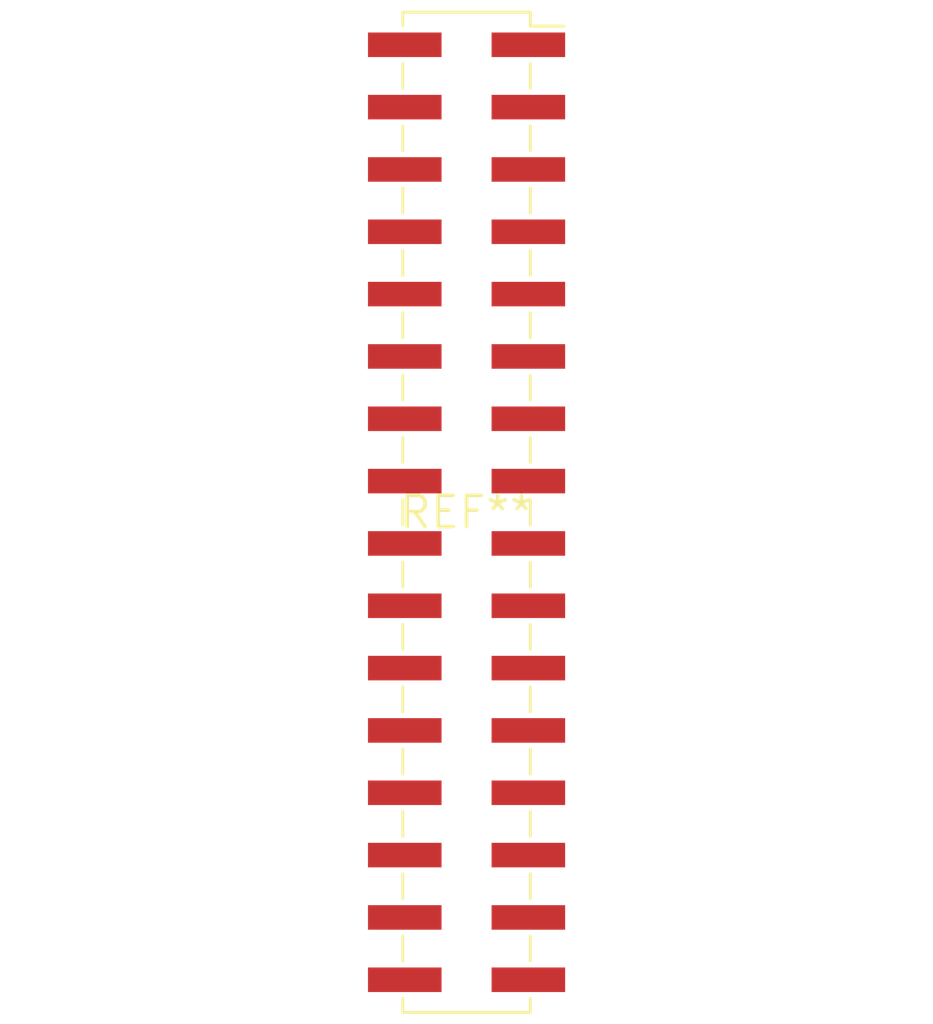
<source format=kicad_pcb>
(kicad_pcb (version 20240108) (generator pcbnew)
  (layers (0 "F.Cu" signal) (31 "B.Cu" signal) (34 "B.Paste" user) (35 "F.Paste" user) (36 "B.SilkS" user "B.Silkscreen") (37 "F.SilkS" user "F.Silkscreen") (38 "B.Mask" user) (39 "F.Mask" user) (44 "Edge.Cuts" user))
  (net 0 "")
  (footprint "PinSocket_2x16_P2.54mm_Vertical_SMD" (layer "F.Cu") (at 0 0)
    (property "Reference" "REF**")
    (property "Value" "PinSocket_2x16_P2.54mm_Vertical_SMD")
    (fp_line (start -2.6 -20.38) (end -2.6 -19.81) (layer "F.SilkS") (stroke (width 0.12)))
    (fp_line (start -2.6 -20.38) (end 2.6 -20.38) (layer "F.SilkS") (stroke (width 0.12)))
    (fp_line (start -2.6 -18.29) (end -2.6 -17.27) (layer "F.SilkS") (stroke (width 0.12)))
    (fp_line (start -2.6 -15.75) (end -2.6 -14.73) (layer "F.SilkS") (stroke (width 0.12)))
    (fp_line (start -2.6 -13.21) (end -2.6 -12.19) (layer "F.SilkS") (stroke (width 0.12)))
    (fp_line (start -2.6 -10.67) (end -2.6 -9.65) (layer "F.SilkS") (stroke (width 0.12)))
    (fp_line (start -2.6 -8.13) (end -2.6 -7.11) (layer "F.SilkS") (stroke (width 0.12)))
    (fp_line (start -2.6 -5.59) (end -2.6 -4.57) (layer "F.SilkS") (stroke (width 0.12)))
    (fp_line (start -2.6 -3.05) (end -2.6 -2.03) (layer "F.SilkS") (stroke (width 0.12)))
    (fp_line (start -2.6 -0.51) (end -2.6 0.51) (layer "F.SilkS") (stroke (width 0.12)))
    (fp_line (start -2.6 2.03) (end -2.6 3.05) (layer "F.SilkS") (stroke (width 0.12)))
    (fp_line (start -2.6 4.57) (end -2.6 5.59) (layer "F.SilkS") (stroke (width 0.12)))
    (fp_line (start -2.6 7.11) (end -2.6 8.13) (layer "F.SilkS") (stroke (width 0.12)))
    (fp_line (start -2.6 9.65) (end -2.6 10.67) (layer "F.SilkS") (stroke (width 0.12)))
    (fp_line (start -2.6 12.19) (end -2.6 13.21) (layer "F.SilkS") (stroke (width 0.12)))
    (fp_line (start -2.6 14.73) (end -2.6 15.75) (layer "F.SilkS") (stroke (width 0.12)))
    (fp_line (start -2.6 17.27) (end -2.6 18.29) (layer "F.SilkS") (stroke (width 0.12)))
    (fp_line (start -2.6 19.81) (end -2.6 20.38) (layer "F.SilkS") (stroke (width 0.12)))
    (fp_line (start -2.6 20.38) (end 2.6 20.38) (layer "F.SilkS") (stroke (width 0.12)))
    (fp_line (start 2.6 -20.38) (end 2.6 -19.81) (layer "F.SilkS") (stroke (width 0.12)))
    (fp_line (start 2.6 -19.81) (end 3.96 -19.81) (layer "F.SilkS") (stroke (width 0.12)))
    (fp_line (start 2.6 -18.29) (end 2.6 -17.27) (layer "F.SilkS") (stroke (width 0.12)))
    (fp_line (start 2.6 -15.75) (end 2.6 -14.73) (layer "F.SilkS") (stroke (width 0.12)))
    (fp_line (start 2.6 -13.21) (end 2.6 -12.19) (layer "F.SilkS") (stroke (width 0.12)))
    (fp_line (start 2.6 -10.67) (end 2.6 -9.65) (layer "F.SilkS") (stroke (width 0.12)))
    (fp_line (start 2.6 -8.13) (end 2.6 -7.11) (layer "F.SilkS") (stroke (width 0.12)))
    (fp_line (start 2.6 -5.59) (end 2.6 -4.57) (layer "F.SilkS") (stroke (width 0.12)))
    (fp_line (start 2.6 -3.05) (end 2.6 -2.03) (layer "F.SilkS") (stroke (width 0.12)))
    (fp_line (start 2.6 -0.51) (end 2.6 0.51) (layer "F.SilkS") (stroke (width 0.12)))
    (fp_line (start 2.6 2.03) (end 2.6 3.05) (layer "F.SilkS") (stroke (width 0.12)))
    (fp_line (start 2.6 4.57) (end 2.6 5.59) (layer "F.SilkS") (stroke (width 0.12)))
    (fp_line (start 2.6 7.11) (end 2.6 8.13) (layer "F.SilkS") (stroke (width 0.12)))
    (fp_line (start 2.6 9.65) (end 2.6 10.67) (layer "F.SilkS") (stroke (width 0.12)))
    (fp_line (start 2.6 12.19) (end 2.6 13.21) (layer "F.SilkS") (stroke (width 0.12)))
    (fp_line (start 2.6 14.73) (end 2.6 15.75) (layer "F.SilkS") (stroke (width 0.12)))
    (fp_line (start 2.6 17.27) (end 2.6 18.29) (layer "F.SilkS") (stroke (width 0.12)))
    (fp_line (start 2.6 19.81) (end 2.6 20.38) (layer "F.SilkS") (stroke (width 0.12)))
    (pad "1" smd rect (at 2.52 -19.05) (size 3 1) (layers "F.Cu" "F.Paste" "F.Mask"))
    (pad "2" smd rect (at -2.52 -19.05) (size 3 1) (layers "F.Cu" "F.Paste" "F.Mask"))
    (pad "3" smd rect (at 2.52 -16.51) (size 3 1) (layers "F.Cu" "F.Paste" "F.Mask"))
    (pad "4" smd rect (at -2.52 -16.51) (size 3 1) (layers "F.Cu" "F.Paste" "F.Mask"))
    (pad "5" smd rect (at 2.52 -13.97) (size 3 1) (layers "F.Cu" "F.Paste" "F.Mask"))
    (pad "6" smd rect (at -2.52 -13.97) (size 3 1) (layers "F.Cu" "F.Paste" "F.Mask"))
    (pad "7" smd rect (at 2.52 -11.43) (size 3 1) (layers "F.Cu" "F.Paste" "F.Mask"))
    (pad "8" smd rect (at -2.52 -11.43) (size 3 1) (layers "F.Cu" "F.Paste" "F.Mask"))
    (pad "9" smd rect (at 2.52 -8.89) (size 3 1) (layers "F.Cu" "F.Paste" "F.Mask"))
    (pad "10" smd rect (at -2.52 -8.89) (size 3 1) (layers "F.Cu" "F.Paste" "F.Mask"))
    (pad "11" smd rect (at 2.52 -6.35) (size 3 1) (layers "F.Cu" "F.Paste" "F.Mask"))
    (pad "12" smd rect (at -2.52 -6.35) (size 3 1) (layers "F.Cu" "F.Paste" "F.Mask"))
    (pad "13" smd rect (at 2.52 -3.81) (size 3 1) (layers "F.Cu" "F.Paste" "F.Mask"))
    (pad "14" smd rect (at -2.52 -3.81) (size 3 1) (layers "F.Cu" "F.Paste" "F.Mask"))
    (pad "15" smd rect (at 2.52 -1.27) (size 3 1) (layers "F.Cu" "F.Paste" "F.Mask"))
    (pad "16" smd rect (at -2.52 -1.27) (size 3 1) (layers "F.Cu" "F.Paste" "F.Mask"))
    (pad "17" smd rect (at 2.52 1.27) (size 3 1) (layers "F.Cu" "F.Paste" "F.Mask"))
    (pad "18" smd rect (at -2.52 1.27) (size 3 1) (layers "F.Cu" "F.Paste" "F.Mask"))
    (pad "19" smd rect (at 2.52 3.81) (size 3 1) (layers "F.Cu" "F.Paste" "F.Mask"))
    (pad "20" smd rect (at -2.52 3.81) (size 3 1) (layers "F.Cu" "F.Paste" "F.Mask"))
    (pad "21" smd rect (at 2.52 6.35) (size 3 1) (layers "F.Cu" "F.Paste" "F.Mask"))
    (pad "22" smd rect (at -2.52 6.35) (size 3 1) (layers "F.Cu" "F.Paste" "F.Mask"))
    (pad "23" smd rect (at 2.52 8.89) (size 3 1) (layers "F.Cu" "F.Paste" "F.Mask"))
    (pad "24" smd rect (at -2.52 8.89) (size 3 1) (layers "F.Cu" "F.Paste" "F.Mask"))
    (pad "25" smd rect (at 2.52 11.43) (size 3 1) (layers "F.Cu" "F.Paste" "F.Mask"))
    (pad "26" smd rect (at -2.52 11.43) (size 3 1) (layers "F.Cu" "F.Paste" "F.Mask"))
    (pad "27" smd rect (at 2.52 13.97) (size 3 1) (layers "F.Cu" "F.Paste" "F.Mask"))
    (pad "28" smd rect (at -2.52 13.97) (size 3 1) (layers "F.Cu" "F.Paste" "F.Mask"))
    (pad "29" smd rect (at 2.52 16.51) (size 3 1) (layers "F.Cu" "F.Paste" "F.Mask"))
    (pad "30" smd rect (at -2.52 16.51) (size 3 1) (layers "F.Cu" "F.Paste" "F.Mask"))
    (pad "31" smd rect (at 2.52 19.05) (size 3 1) (layers "F.Cu" "F.Paste" "F.Mask"))
    (pad "32" smd rect (at -2.52 19.05) (size 3 1) (layers "F.Cu" "F.Paste" "F.Mask"))
  )
)
</source>
